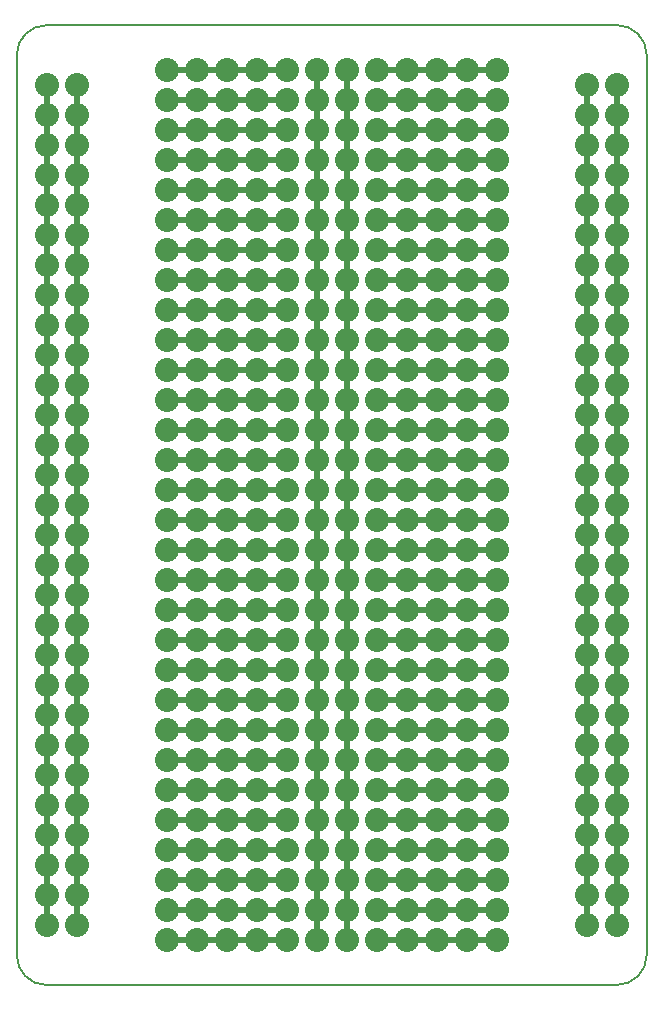
<source format=gbr>
%TF.GenerationSoftware,KiCad,Pcbnew,9.0.3-9.0.3-0~ubuntu24.04.1*%
%TF.CreationDate,2025-11-29T12:49:12+05:30*%
%TF.ProjectId,pronto,70726f6e-746f-42e6-9b69-6361645f7063,rev1*%
%TF.SameCoordinates,Original*%
%TF.FileFunction,Copper,L2,Bot*%
%TF.FilePolarity,Positive*%
%FSLAX46Y46*%
G04 Gerber Fmt 4.6, Leading zero omitted, Abs format (unit mm)*
G04 Created by KiCad (PCBNEW 9.0.3-9.0.3-0~ubuntu24.04.1) date 2025-11-29 12:49:12*
%MOMM*%
%LPD*%
G01*
G04 APERTURE LIST*
%TA.AperFunction,ComponentPad*%
%ADD10C,2.032000*%
%TD*%
%TA.AperFunction,Conductor*%
%ADD11C,0.508000*%
%TD*%
%TA.AperFunction,Profile*%
%ADD12C,0.150000*%
%TD*%
G04 APERTURE END LIST*
D10*
%TO.P,1pin,1*%
%TO.N,N/C*%
X142240000Y-115570000D03*
%TD*%
%TO.P,1pin,1*%
%TO.N,N/C*%
X139700000Y-115570000D03*
%TD*%
%TO.P,1pin,1*%
%TO.N,N/C*%
X139700000Y-113030000D03*
%TD*%
%TO.P,1pin,1*%
%TO.N,N/C*%
X142240000Y-113030000D03*
%TD*%
%TO.P,1pin,1*%
%TO.N,N/C*%
X142240000Y-107950000D03*
%TD*%
%TO.P,1pin,1*%
%TO.N,N/C*%
X139700000Y-107950000D03*
%TD*%
%TO.P,1pin,1*%
%TO.N,N/C*%
X139700000Y-110490000D03*
%TD*%
%TO.P,1pin,1*%
%TO.N,N/C*%
X142240000Y-110490000D03*
%TD*%
%TO.P,1pin,1*%
%TO.N,N/C*%
X142240000Y-100330000D03*
%TD*%
%TO.P,1pin,1*%
%TO.N,N/C*%
X139700000Y-100330000D03*
%TD*%
%TO.P,1pin,1*%
%TO.N,N/C*%
X139700000Y-97790000D03*
%TD*%
%TO.P,1pin,1*%
%TO.N,N/C*%
X142240000Y-97790000D03*
%TD*%
%TO.P,1pin,1*%
%TO.N,N/C*%
X139700000Y-105410000D03*
%TD*%
%TO.P,1pin,1*%
%TO.N,N/C*%
X142240000Y-105410000D03*
%TD*%
%TO.P,1pin,1*%
%TO.N,N/C*%
X142240000Y-85090000D03*
%TD*%
%TO.P,1pin,1*%
%TO.N,N/C*%
X139700000Y-85090000D03*
%TD*%
%TO.P,1pin,1*%
%TO.N,N/C*%
X139700000Y-82550000D03*
%TD*%
%TO.P,1pin,1*%
%TO.N,N/C*%
X142240000Y-82550000D03*
%TD*%
%TO.P,1pin,1*%
%TO.N,N/C*%
X142240000Y-77470000D03*
%TD*%
%TO.P,1pin,1*%
%TO.N,N/C*%
X139700000Y-77470000D03*
%TD*%
%TO.P,1pin,1*%
%TO.N,N/C*%
X139700000Y-80010000D03*
%TD*%
%TO.P,1pin,1*%
%TO.N,N/C*%
X142240000Y-80010000D03*
%TD*%
%TO.P,1pin,1*%
%TO.N,N/C*%
X142240000Y-90170000D03*
%TD*%
%TO.P,1pin,1*%
%TO.N,N/C*%
X139700000Y-90170000D03*
%TD*%
%TO.P,1pin,1*%
%TO.N,N/C*%
X142240000Y-92710000D03*
%TD*%
%TO.P,1pin,1*%
%TO.N,N/C*%
X139700000Y-92710000D03*
%TD*%
%TO.P,1pin,1*%
%TO.N,N/C*%
X139700000Y-95250000D03*
%TD*%
%TO.P,1pin,1*%
%TO.N,N/C*%
X142240000Y-95250000D03*
%TD*%
%TO.P,1pin,1*%
%TO.N,N/C*%
X142240000Y-54610000D03*
%TD*%
%TO.P,1pin,1*%
%TO.N,N/C*%
X139700000Y-54610000D03*
%TD*%
%TO.P,1pin,1*%
%TO.N,N/C*%
X139700000Y-52070000D03*
%TD*%
%TO.P,1pin,1*%
%TO.N,N/C*%
X142240000Y-52070000D03*
%TD*%
%TO.P,1pin,1*%
%TO.N,N/C*%
X142240000Y-46990000D03*
%TD*%
%TO.P,1pin,1*%
%TO.N,N/C*%
X139700000Y-46990000D03*
%TD*%
%TO.P,1pin,1*%
%TO.N,N/C*%
X139700000Y-49530000D03*
%TD*%
%TO.P,1pin,1*%
%TO.N,N/C*%
X142240000Y-49530000D03*
%TD*%
%TO.P,1pin,1*%
%TO.N,N/C*%
X139700000Y-44450000D03*
%TD*%
%TO.P,1pin,1*%
%TO.N,N/C*%
X142240000Y-44450000D03*
%TD*%
%TO.P,1pin,1*%
%TO.N,N/C*%
X142240000Y-64770000D03*
%TD*%
%TO.P,1pin,1*%
%TO.N,N/C*%
X139700000Y-64770000D03*
%TD*%
%TO.P,1pin,1*%
%TO.N,N/C*%
X139700000Y-62230000D03*
%TD*%
%TO.P,1pin,1*%
%TO.N,N/C*%
X142240000Y-62230000D03*
%TD*%
%TO.P,1pin,1*%
%TO.N,N/C*%
X139700000Y-59690000D03*
%TD*%
%TO.P,1pin,1*%
%TO.N,N/C*%
X142240000Y-59690000D03*
%TD*%
%TO.P,1pin,1*%
%TO.N,N/C*%
X142240000Y-69850000D03*
%TD*%
%TO.P,1pin,1*%
%TO.N,N/C*%
X139700000Y-69850000D03*
%TD*%
%TO.P,1pin,1*%
%TO.N,N/C*%
X139700000Y-67310000D03*
%TD*%
%TO.P,1pin,1*%
%TO.N,N/C*%
X142240000Y-67310000D03*
%TD*%
%TO.P,1pin,1*%
%TO.N,N/C*%
X139700000Y-74930000D03*
%TD*%
%TO.P,1pin,1*%
%TO.N,N/C*%
X142240000Y-74930000D03*
%TD*%
%TO.P,1pin,1*%
%TO.N,N/C*%
X93980000Y-74930000D03*
%TD*%
%TO.P,1pin,1*%
%TO.N,N/C*%
X96520000Y-74930000D03*
%TD*%
%TO.P,1pin,1*%
%TO.N,N/C*%
X93980000Y-67310000D03*
%TD*%
%TO.P,1pin,1*%
%TO.N,N/C*%
X96520000Y-67310000D03*
%TD*%
%TO.P,1pin,1*%
%TO.N,N/C*%
X96520000Y-69850000D03*
%TD*%
%TO.P,1pin,1*%
%TO.N,N/C*%
X93980000Y-69850000D03*
%TD*%
%TO.P,1pin,1*%
%TO.N,N/C*%
X93980000Y-59690000D03*
%TD*%
%TO.P,1pin,1*%
%TO.N,N/C*%
X96520000Y-59690000D03*
%TD*%
%TO.P,1pin,1*%
%TO.N,N/C*%
X93980000Y-62230000D03*
%TD*%
%TO.P,1pin,1*%
%TO.N,N/C*%
X96520000Y-62230000D03*
%TD*%
%TO.P,1pin,1*%
%TO.N,N/C*%
X96520000Y-64770000D03*
%TD*%
%TO.P,1pin,1*%
%TO.N,N/C*%
X93980000Y-64770000D03*
%TD*%
%TO.P,1pin,1*%
%TO.N,N/C*%
X93980000Y-44450000D03*
%TD*%
%TO.P,1pin,1*%
%TO.N,N/C*%
X96520000Y-44450000D03*
%TD*%
%TO.P,1pin,1*%
%TO.N,N/C*%
X93980000Y-49530000D03*
%TD*%
%TO.P,1pin,1*%
%TO.N,N/C*%
X96520000Y-49530000D03*
%TD*%
%TO.P,1pin,1*%
%TO.N,N/C*%
X96520000Y-46990000D03*
%TD*%
%TO.P,1pin,1*%
%TO.N,N/C*%
X93980000Y-46990000D03*
%TD*%
%TO.P,1pin,1*%
%TO.N,N/C*%
X93980000Y-52070000D03*
%TD*%
%TO.P,1pin,1*%
%TO.N,N/C*%
X96520000Y-52070000D03*
%TD*%
%TO.P,1pin,1*%
%TO.N,N/C*%
X96520000Y-54610000D03*
%TD*%
%TO.P,1pin,1*%
%TO.N,N/C*%
X93980000Y-54610000D03*
%TD*%
%TO.P,1pin,1*%
%TO.N,N/C*%
X93980000Y-95250000D03*
%TD*%
%TO.P,1pin,1*%
%TO.N,N/C*%
X96520000Y-95250000D03*
%TD*%
%TO.P,1pin,1*%
%TO.N,N/C*%
X96520000Y-92710000D03*
%TD*%
%TO.P,1pin,1*%
%TO.N,N/C*%
X93980000Y-92710000D03*
%TD*%
%TO.P,1pin,1*%
%TO.N,N/C*%
X96520000Y-90170000D03*
%TD*%
%TO.P,1pin,1*%
%TO.N,N/C*%
X93980000Y-90170000D03*
%TD*%
%TO.P,1pin,1*%
%TO.N,N/C*%
X93980000Y-80010000D03*
%TD*%
%TO.P,1pin,1*%
%TO.N,N/C*%
X96520000Y-80010000D03*
%TD*%
%TO.P,1pin,1*%
%TO.N,N/C*%
X96520000Y-77470000D03*
%TD*%
%TO.P,1pin,1*%
%TO.N,N/C*%
X93980000Y-77470000D03*
%TD*%
%TO.P,1pin,1*%
%TO.N,N/C*%
X93980000Y-82550000D03*
%TD*%
%TO.P,1pin,1*%
%TO.N,N/C*%
X96520000Y-82550000D03*
%TD*%
%TO.P,1pin,1*%
%TO.N,N/C*%
X96520000Y-85090000D03*
%TD*%
%TO.P,1pin,1*%
%TO.N,N/C*%
X93980000Y-85090000D03*
%TD*%
%TO.P,1pin,1*%
%TO.N,N/C*%
X93980000Y-105410000D03*
%TD*%
%TO.P,1pin,1*%
%TO.N,N/C*%
X96520000Y-105410000D03*
%TD*%
%TO.P,1pin,1*%
%TO.N,N/C*%
X93980000Y-97790000D03*
%TD*%
%TO.P,1pin,1*%
%TO.N,N/C*%
X96520000Y-97790000D03*
%TD*%
%TO.P,1pin,1*%
%TO.N,N/C*%
X96520000Y-100330000D03*
%TD*%
%TO.P,1pin,1*%
%TO.N,N/C*%
X93980000Y-100330000D03*
%TD*%
%TO.P,1pin,1*%
%TO.N,N/C*%
X93980000Y-110490000D03*
%TD*%
%TO.P,1pin,1*%
%TO.N,N/C*%
X96520000Y-110490000D03*
%TD*%
%TO.P,1pin,1*%
%TO.N,N/C*%
X96520000Y-107950000D03*
%TD*%
%TO.P,1pin,1*%
%TO.N,N/C*%
X93980000Y-107950000D03*
%TD*%
%TO.P,1pin,1*%
%TO.N,N/C*%
X93980000Y-113030000D03*
%TD*%
%TO.P,1pin,1*%
%TO.N,N/C*%
X96520000Y-113030000D03*
%TD*%
%TO.P,1pin,1*%
%TO.N,N/C*%
X96520000Y-115570000D03*
%TD*%
%TO.P,1pin,1*%
%TO.N,N/C*%
X93980000Y-115570000D03*
%TD*%
%TO.P,1pin,1*%
%TO.N,N/C*%
X121920000Y-45720000D03*
%TD*%
%TO.P,1pin,1*%
%TO.N,N/C*%
X124460000Y-45720000D03*
%TD*%
%TO.P,1pin,1*%
%TO.N,N/C*%
X127000000Y-45720000D03*
%TD*%
%TO.P,1pin,1*%
%TO.N,N/C*%
X132080000Y-45720000D03*
%TD*%
%TO.P,1pin,1*%
%TO.N,N/C*%
X129540000Y-45720000D03*
%TD*%
%TO.P,1pin,1*%
%TO.N,N/C*%
X129540000Y-43180000D03*
%TD*%
%TO.P,1pin,1*%
%TO.N,N/C*%
X132080000Y-43180000D03*
%TD*%
%TO.P,1pin,1*%
%TO.N,N/C*%
X127000000Y-43180000D03*
%TD*%
%TO.P,1pin,1*%
%TO.N,N/C*%
X124460000Y-43180000D03*
%TD*%
%TO.P,1pin,1*%
%TO.N,N/C*%
X121920000Y-43180000D03*
%TD*%
%TO.P,1pin,1*%
%TO.N,N/C*%
X114300000Y-43180000D03*
%TD*%
%TO.P,1pin,1*%
%TO.N,N/C*%
X111760000Y-43180000D03*
%TD*%
%TO.P,1pin,1*%
%TO.N,N/C*%
X109220000Y-43180000D03*
%TD*%
%TO.P,1pin,1*%
%TO.N,N/C*%
X104140000Y-43180000D03*
%TD*%
%TO.P,1pin,1*%
%TO.N,N/C*%
X106680000Y-43180000D03*
%TD*%
%TO.P,1pin,1*%
%TO.N,N/C*%
X106680000Y-45720000D03*
%TD*%
%TO.P,1pin,1*%
%TO.N,N/C*%
X104140000Y-45720000D03*
%TD*%
%TO.P,1pin,1*%
%TO.N,N/C*%
X109220000Y-45720000D03*
%TD*%
%TO.P,1pin,1*%
%TO.N,N/C*%
X111760000Y-45720000D03*
%TD*%
%TO.P,1pin,1*%
%TO.N,N/C*%
X114300000Y-45720000D03*
%TD*%
%TO.P,1pin,1*%
%TO.N,N/C*%
X114300000Y-50800000D03*
%TD*%
%TO.P,1pin,1*%
%TO.N,N/C*%
X111760000Y-50800000D03*
%TD*%
%TO.P,1pin,1*%
%TO.N,N/C*%
X109220000Y-50800000D03*
%TD*%
%TO.P,1pin,1*%
%TO.N,N/C*%
X104140000Y-50800000D03*
%TD*%
%TO.P,1pin,1*%
%TO.N,N/C*%
X106680000Y-50800000D03*
%TD*%
%TO.P,1pin,1*%
%TO.N,N/C*%
X106680000Y-48260000D03*
%TD*%
%TO.P,1pin,1*%
%TO.N,N/C*%
X104140000Y-48260000D03*
%TD*%
%TO.P,1pin,1*%
%TO.N,N/C*%
X109220000Y-48260000D03*
%TD*%
%TO.P,1pin,1*%
%TO.N,N/C*%
X111760000Y-48260000D03*
%TD*%
%TO.P,1pin,1*%
%TO.N,N/C*%
X114300000Y-48260000D03*
%TD*%
%TO.P,1pin,1*%
%TO.N,N/C*%
X114300000Y-58420000D03*
%TD*%
%TO.P,1pin,1*%
%TO.N,N/C*%
X111760000Y-58420000D03*
%TD*%
%TO.P,1pin,1*%
%TO.N,N/C*%
X109220000Y-58420000D03*
%TD*%
%TO.P,1pin,1*%
%TO.N,N/C*%
X104140000Y-58420000D03*
%TD*%
%TO.P,1pin,1*%
%TO.N,N/C*%
X106680000Y-58420000D03*
%TD*%
%TO.P,1pin,1*%
%TO.N,N/C*%
X106680000Y-60960000D03*
%TD*%
%TO.P,1pin,1*%
%TO.N,N/C*%
X104140000Y-60960000D03*
%TD*%
%TO.P,1pin,1*%
%TO.N,N/C*%
X109220000Y-60960000D03*
%TD*%
%TO.P,1pin,1*%
%TO.N,N/C*%
X111760000Y-60960000D03*
%TD*%
%TO.P,1pin,1*%
%TO.N,N/C*%
X114300000Y-60960000D03*
%TD*%
%TO.P,1pin,1*%
%TO.N,N/C*%
X114300000Y-55880000D03*
%TD*%
%TO.P,1pin,1*%
%TO.N,N/C*%
X111760000Y-55880000D03*
%TD*%
%TO.P,1pin,1*%
%TO.N,N/C*%
X109220000Y-55880000D03*
%TD*%
%TO.P,1pin,1*%
%TO.N,N/C*%
X104140000Y-55880000D03*
%TD*%
%TO.P,1pin,1*%
%TO.N,N/C*%
X106680000Y-55880000D03*
%TD*%
%TO.P,1pin,1*%
%TO.N,N/C*%
X106680000Y-53340000D03*
%TD*%
%TO.P,1pin,1*%
%TO.N,N/C*%
X104140000Y-53340000D03*
%TD*%
%TO.P,1pin,1*%
%TO.N,N/C*%
X109220000Y-53340000D03*
%TD*%
%TO.P,1pin,1*%
%TO.N,N/C*%
X111760000Y-53340000D03*
%TD*%
%TO.P,1pin,1*%
%TO.N,N/C*%
X114300000Y-53340000D03*
%TD*%
%TO.P,1pin,1*%
%TO.N,N/C*%
X114300000Y-73660000D03*
%TD*%
%TO.P,1pin,1*%
%TO.N,N/C*%
X111760000Y-73660000D03*
%TD*%
%TO.P,1pin,1*%
%TO.N,N/C*%
X109220000Y-73660000D03*
%TD*%
%TO.P,1pin,1*%
%TO.N,N/C*%
X104140000Y-73660000D03*
%TD*%
%TO.P,1pin,1*%
%TO.N,N/C*%
X106680000Y-73660000D03*
%TD*%
%TO.P,1pin,1*%
%TO.N,N/C*%
X106680000Y-76200000D03*
%TD*%
%TO.P,1pin,1*%
%TO.N,N/C*%
X104140000Y-76200000D03*
%TD*%
%TO.P,1pin,1*%
%TO.N,N/C*%
X109220000Y-76200000D03*
%TD*%
%TO.P,1pin,1*%
%TO.N,N/C*%
X111760000Y-76200000D03*
%TD*%
%TO.P,1pin,1*%
%TO.N,N/C*%
X114300000Y-76200000D03*
%TD*%
%TO.P,1pin,1*%
%TO.N,N/C*%
X114300000Y-81280000D03*
%TD*%
%TO.P,1pin,1*%
%TO.N,N/C*%
X111760000Y-81280000D03*
%TD*%
%TO.P,1pin,1*%
%TO.N,N/C*%
X109220000Y-81280000D03*
%TD*%
%TO.P,1pin,1*%
%TO.N,N/C*%
X104140000Y-81280000D03*
%TD*%
%TO.P,1pin,1*%
%TO.N,N/C*%
X106680000Y-81280000D03*
%TD*%
%TO.P,1pin,1*%
%TO.N,N/C*%
X106680000Y-78740000D03*
%TD*%
%TO.P,1pin,1*%
%TO.N,N/C*%
X104140000Y-78740000D03*
%TD*%
%TO.P,1pin,1*%
%TO.N,N/C*%
X109220000Y-78740000D03*
%TD*%
%TO.P,1pin,1*%
%TO.N,N/C*%
X111760000Y-78740000D03*
%TD*%
%TO.P,1pin,1*%
%TO.N,N/C*%
X114300000Y-78740000D03*
%TD*%
%TO.P,1pin,1*%
%TO.N,N/C*%
X114300000Y-68580000D03*
%TD*%
%TO.P,1pin,1*%
%TO.N,N/C*%
X111760000Y-68580000D03*
%TD*%
%TO.P,1pin,1*%
%TO.N,N/C*%
X109220000Y-68580000D03*
%TD*%
%TO.P,1pin,1*%
%TO.N,N/C*%
X104140000Y-68580000D03*
%TD*%
%TO.P,1pin,1*%
%TO.N,N/C*%
X106680000Y-68580000D03*
%TD*%
%TO.P,1pin,1*%
%TO.N,N/C*%
X106680000Y-71120000D03*
%TD*%
%TO.P,1pin,1*%
%TO.N,N/C*%
X104140000Y-71120000D03*
%TD*%
%TO.P,1pin,1*%
%TO.N,N/C*%
X109220000Y-71120000D03*
%TD*%
%TO.P,1pin,1*%
%TO.N,N/C*%
X111760000Y-71120000D03*
%TD*%
%TO.P,1pin,1*%
%TO.N,N/C*%
X114300000Y-71120000D03*
%TD*%
%TO.P,1pin,1*%
%TO.N,N/C*%
X114300000Y-66040000D03*
%TD*%
%TO.P,1pin,1*%
%TO.N,N/C*%
X111760000Y-66040000D03*
%TD*%
%TO.P,1pin,1*%
%TO.N,N/C*%
X109220000Y-66040000D03*
%TD*%
%TO.P,1pin,1*%
%TO.N,N/C*%
X104140000Y-66040000D03*
%TD*%
%TO.P,1pin,1*%
%TO.N,N/C*%
X106680000Y-66040000D03*
%TD*%
%TO.P,1pin,1*%
%TO.N,N/C*%
X106680000Y-63500000D03*
%TD*%
%TO.P,1pin,1*%
%TO.N,N/C*%
X104140000Y-63500000D03*
%TD*%
%TO.P,1pin,1*%
%TO.N,N/C*%
X109220000Y-63500000D03*
%TD*%
%TO.P,1pin,1*%
%TO.N,N/C*%
X111760000Y-63500000D03*
%TD*%
%TO.P,1pin,1*%
%TO.N,N/C*%
X114300000Y-63500000D03*
%TD*%
%TO.P,1pin,1*%
%TO.N,N/C*%
X114300000Y-104140000D03*
%TD*%
%TO.P,1pin,1*%
%TO.N,N/C*%
X111760000Y-104140000D03*
%TD*%
%TO.P,1pin,1*%
%TO.N,N/C*%
X109220000Y-104140000D03*
%TD*%
%TO.P,1pin,1*%
%TO.N,N/C*%
X104140000Y-104140000D03*
%TD*%
%TO.P,1pin,1*%
%TO.N,N/C*%
X106680000Y-104140000D03*
%TD*%
%TO.P,1pin,1*%
%TO.N,N/C*%
X106680000Y-106680000D03*
%TD*%
%TO.P,1pin,1*%
%TO.N,N/C*%
X104140000Y-106680000D03*
%TD*%
%TO.P,1pin,1*%
%TO.N,N/C*%
X109220000Y-106680000D03*
%TD*%
%TO.P,1pin,1*%
%TO.N,N/C*%
X111760000Y-106680000D03*
%TD*%
%TO.P,1pin,1*%
%TO.N,N/C*%
X114300000Y-106680000D03*
%TD*%
%TO.P,1pin,1*%
%TO.N,N/C*%
X114300000Y-111760000D03*
%TD*%
%TO.P,1pin,1*%
%TO.N,N/C*%
X111760000Y-111760000D03*
%TD*%
%TO.P,1pin,1*%
%TO.N,N/C*%
X109220000Y-111760000D03*
%TD*%
%TO.P,1pin,1*%
%TO.N,N/C*%
X104140000Y-111760000D03*
%TD*%
%TO.P,1pin,1*%
%TO.N,N/C*%
X106680000Y-111760000D03*
%TD*%
%TO.P,1pin,1*%
%TO.N,N/C*%
X106680000Y-109220000D03*
%TD*%
%TO.P,1pin,1*%
%TO.N,N/C*%
X104140000Y-109220000D03*
%TD*%
%TO.P,1pin,1*%
%TO.N,N/C*%
X109220000Y-109220000D03*
%TD*%
%TO.P,1pin,1*%
%TO.N,N/C*%
X111760000Y-109220000D03*
%TD*%
%TO.P,1pin,1*%
%TO.N,N/C*%
X114300000Y-109220000D03*
%TD*%
%TO.P,1pin,1*%
%TO.N,N/C*%
X114300000Y-116840000D03*
%TD*%
%TO.P,1pin,1*%
%TO.N,N/C*%
X111760000Y-116840000D03*
%TD*%
%TO.P,1pin,1*%
%TO.N,N/C*%
X109220000Y-116840000D03*
%TD*%
%TO.P,1pin,1*%
%TO.N,N/C*%
X104140000Y-116840000D03*
%TD*%
%TO.P,1pin,1*%
%TO.N,N/C*%
X106680000Y-116840000D03*
%TD*%
%TO.P,1pin,1*%
%TO.N,N/C*%
X106680000Y-114300000D03*
%TD*%
%TO.P,1pin,1*%
%TO.N,N/C*%
X104140000Y-114300000D03*
%TD*%
%TO.P,1pin,1*%
%TO.N,N/C*%
X109220000Y-114300000D03*
%TD*%
%TO.P,1pin,1*%
%TO.N,N/C*%
X111760000Y-114300000D03*
%TD*%
%TO.P,1pin,1*%
%TO.N,N/C*%
X114300000Y-114300000D03*
%TD*%
%TO.P,1pin,1*%
%TO.N,N/C*%
X114300000Y-93980000D03*
%TD*%
%TO.P,1pin,1*%
%TO.N,N/C*%
X111760000Y-93980000D03*
%TD*%
%TO.P,1pin,1*%
%TO.N,N/C*%
X109220000Y-93980000D03*
%TD*%
%TO.P,1pin,1*%
%TO.N,N/C*%
X104140000Y-93980000D03*
%TD*%
%TO.P,1pin,1*%
%TO.N,N/C*%
X106680000Y-93980000D03*
%TD*%
%TO.P,1pin,1*%
%TO.N,N/C*%
X106680000Y-96520000D03*
%TD*%
%TO.P,1pin,1*%
%TO.N,N/C*%
X104140000Y-96520000D03*
%TD*%
%TO.P,1pin,1*%
%TO.N,N/C*%
X109220000Y-96520000D03*
%TD*%
%TO.P,1pin,1*%
%TO.N,N/C*%
X111760000Y-96520000D03*
%TD*%
%TO.P,1pin,1*%
%TO.N,N/C*%
X114300000Y-96520000D03*
%TD*%
%TO.P,1pin,1*%
%TO.N,N/C*%
X114300000Y-101600000D03*
%TD*%
%TO.P,1pin,1*%
%TO.N,N/C*%
X111760000Y-101600000D03*
%TD*%
%TO.P,1pin,1*%
%TO.N,N/C*%
X109220000Y-101600000D03*
%TD*%
%TO.P,1pin,1*%
%TO.N,N/C*%
X104140000Y-101600000D03*
%TD*%
%TO.P,1pin,1*%
%TO.N,N/C*%
X106680000Y-101600000D03*
%TD*%
%TO.P,1pin,1*%
%TO.N,N/C*%
X106680000Y-99060000D03*
%TD*%
%TO.P,1pin,1*%
%TO.N,N/C*%
X104140000Y-99060000D03*
%TD*%
%TO.P,1pin,1*%
%TO.N,N/C*%
X109220000Y-99060000D03*
%TD*%
%TO.P,1pin,1*%
%TO.N,N/C*%
X111760000Y-99060000D03*
%TD*%
%TO.P,1pin,1*%
%TO.N,N/C*%
X114300000Y-99060000D03*
%TD*%
%TO.P,1pin,1*%
%TO.N,N/C*%
X114300000Y-88900000D03*
%TD*%
%TO.P,1pin,1*%
%TO.N,N/C*%
X111760000Y-88900000D03*
%TD*%
%TO.P,1pin,1*%
%TO.N,N/C*%
X109220000Y-88900000D03*
%TD*%
%TO.P,1pin,1*%
%TO.N,N/C*%
X104140000Y-88900000D03*
%TD*%
%TO.P,1pin,1*%
%TO.N,N/C*%
X106680000Y-88900000D03*
%TD*%
%TO.P,1pin,1*%
%TO.N,N/C*%
X106680000Y-91440000D03*
%TD*%
%TO.P,1pin,1*%
%TO.N,N/C*%
X104140000Y-91440000D03*
%TD*%
%TO.P,1pin,1*%
%TO.N,N/C*%
X109220000Y-91440000D03*
%TD*%
%TO.P,1pin,1*%
%TO.N,N/C*%
X111760000Y-91440000D03*
%TD*%
%TO.P,1pin,1*%
%TO.N,N/C*%
X114300000Y-91440000D03*
%TD*%
%TO.P,1pin,1*%
%TO.N,N/C*%
X114300000Y-86360000D03*
%TD*%
%TO.P,1pin,1*%
%TO.N,N/C*%
X111760000Y-86360000D03*
%TD*%
%TO.P,1pin,1*%
%TO.N,N/C*%
X109220000Y-86360000D03*
%TD*%
%TO.P,1pin,1*%
%TO.N,N/C*%
X104140000Y-86360000D03*
%TD*%
%TO.P,1pin,1*%
%TO.N,N/C*%
X106680000Y-86360000D03*
%TD*%
%TO.P,1pin,1*%
%TO.N,N/C*%
X106680000Y-83820000D03*
%TD*%
%TO.P,1pin,1*%
%TO.N,N/C*%
X104140000Y-83820000D03*
%TD*%
%TO.P,1pin,1*%
%TO.N,N/C*%
X109220000Y-83820000D03*
%TD*%
%TO.P,1pin,1*%
%TO.N,N/C*%
X111760000Y-83820000D03*
%TD*%
%TO.P,1pin,1*%
%TO.N,N/C*%
X114300000Y-83820000D03*
%TD*%
%TO.P,1pin,1*%
%TO.N,N/C*%
X121920000Y-48260000D03*
%TD*%
%TO.P,1pin,1*%
%TO.N,N/C*%
X124460000Y-48260000D03*
%TD*%
%TO.P,1pin,1*%
%TO.N,N/C*%
X127000000Y-48260000D03*
%TD*%
%TO.P,1pin,1*%
%TO.N,N/C*%
X132080000Y-48260000D03*
%TD*%
%TO.P,1pin,1*%
%TO.N,N/C*%
X129540000Y-48260000D03*
%TD*%
%TO.P,1pin,1*%
%TO.N,N/C*%
X129540000Y-50800000D03*
%TD*%
%TO.P,1pin,1*%
%TO.N,N/C*%
X132080000Y-50800000D03*
%TD*%
%TO.P,1pin,1*%
%TO.N,N/C*%
X127000000Y-50800000D03*
%TD*%
%TO.P,1pin,1*%
%TO.N,N/C*%
X124460000Y-50800000D03*
%TD*%
%TO.P,1pin,1*%
%TO.N,N/C*%
X121920000Y-50800000D03*
%TD*%
%TO.P,1pin,1*%
%TO.N,N/C*%
X121920000Y-60960000D03*
%TD*%
%TO.P,1pin,1*%
%TO.N,N/C*%
X124460000Y-60960000D03*
%TD*%
%TO.P,1pin,1*%
%TO.N,N/C*%
X127000000Y-60960000D03*
%TD*%
%TO.P,1pin,1*%
%TO.N,N/C*%
X132080000Y-60960000D03*
%TD*%
%TO.P,1pin,1*%
%TO.N,N/C*%
X129540000Y-60960000D03*
%TD*%
%TO.P,1pin,1*%
%TO.N,N/C*%
X129540000Y-58420000D03*
%TD*%
%TO.P,1pin,1*%
%TO.N,N/C*%
X132080000Y-58420000D03*
%TD*%
%TO.P,1pin,1*%
%TO.N,N/C*%
X127000000Y-58420000D03*
%TD*%
%TO.P,1pin,1*%
%TO.N,N/C*%
X124460000Y-58420000D03*
%TD*%
%TO.P,1pin,1*%
%TO.N,N/C*%
X121920000Y-58420000D03*
%TD*%
%TO.P,1pin,1*%
%TO.N,N/C*%
X121920000Y-53340000D03*
%TD*%
%TO.P,1pin,1*%
%TO.N,N/C*%
X124460000Y-53340000D03*
%TD*%
%TO.P,1pin,1*%
%TO.N,N/C*%
X127000000Y-53340000D03*
%TD*%
%TO.P,1pin,1*%
%TO.N,N/C*%
X132080000Y-53340000D03*
%TD*%
%TO.P,1pin,1*%
%TO.N,N/C*%
X129540000Y-53340000D03*
%TD*%
%TO.P,1pin,1*%
%TO.N,N/C*%
X129540000Y-55880000D03*
%TD*%
%TO.P,1pin,1*%
%TO.N,N/C*%
X132080000Y-55880000D03*
%TD*%
%TO.P,1pin,1*%
%TO.N,N/C*%
X127000000Y-55880000D03*
%TD*%
%TO.P,1pin,1*%
%TO.N,N/C*%
X124460000Y-55880000D03*
%TD*%
%TO.P,1pin,1*%
%TO.N,N/C*%
X121920000Y-55880000D03*
%TD*%
%TO.P,1pin,1*%
%TO.N,N/C*%
X121920000Y-76200000D03*
%TD*%
%TO.P,1pin,1*%
%TO.N,N/C*%
X124460000Y-76200000D03*
%TD*%
%TO.P,1pin,1*%
%TO.N,N/C*%
X127000000Y-76200000D03*
%TD*%
%TO.P,1pin,1*%
%TO.N,N/C*%
X132080000Y-76200000D03*
%TD*%
%TO.P,1pin,1*%
%TO.N,N/C*%
X129540000Y-76200000D03*
%TD*%
%TO.P,1pin,1*%
%TO.N,N/C*%
X129540000Y-73660000D03*
%TD*%
%TO.P,1pin,1*%
%TO.N,N/C*%
X132080000Y-73660000D03*
%TD*%
%TO.P,1pin,1*%
%TO.N,N/C*%
X127000000Y-73660000D03*
%TD*%
%TO.P,1pin,1*%
%TO.N,N/C*%
X124460000Y-73660000D03*
%TD*%
%TO.P,1pin,1*%
%TO.N,N/C*%
X121920000Y-73660000D03*
%TD*%
%TO.P,1pin,1*%
%TO.N,N/C*%
X121920000Y-78740000D03*
%TD*%
%TO.P,1pin,1*%
%TO.N,N/C*%
X124460000Y-78740000D03*
%TD*%
%TO.P,1pin,1*%
%TO.N,N/C*%
X127000000Y-78740000D03*
%TD*%
%TO.P,1pin,1*%
%TO.N,N/C*%
X132080000Y-78740000D03*
%TD*%
%TO.P,1pin,1*%
%TO.N,N/C*%
X129540000Y-78740000D03*
%TD*%
%TO.P,1pin,1*%
%TO.N,N/C*%
X129540000Y-81280000D03*
%TD*%
%TO.P,1pin,1*%
%TO.N,N/C*%
X132080000Y-81280000D03*
%TD*%
%TO.P,1pin,1*%
%TO.N,N/C*%
X127000000Y-81280000D03*
%TD*%
%TO.P,1pin,1*%
%TO.N,N/C*%
X124460000Y-81280000D03*
%TD*%
%TO.P,1pin,1*%
%TO.N,N/C*%
X121920000Y-81280000D03*
%TD*%
%TO.P,1pin,1*%
%TO.N,N/C*%
X121920000Y-71120000D03*
%TD*%
%TO.P,1pin,1*%
%TO.N,N/C*%
X124460000Y-71120000D03*
%TD*%
%TO.P,1pin,1*%
%TO.N,N/C*%
X127000000Y-71120000D03*
%TD*%
%TO.P,1pin,1*%
%TO.N,N/C*%
X132080000Y-71120000D03*
%TD*%
%TO.P,1pin,1*%
%TO.N,N/C*%
X129540000Y-71120000D03*
%TD*%
%TO.P,1pin,1*%
%TO.N,N/C*%
X129540000Y-68580000D03*
%TD*%
%TO.P,1pin,1*%
%TO.N,N/C*%
X132080000Y-68580000D03*
%TD*%
%TO.P,1pin,1*%
%TO.N,N/C*%
X127000000Y-68580000D03*
%TD*%
%TO.P,1pin,1*%
%TO.N,N/C*%
X124460000Y-68580000D03*
%TD*%
%TO.P,1pin,1*%
%TO.N,N/C*%
X121920000Y-68580000D03*
%TD*%
%TO.P,1pin,1*%
%TO.N,N/C*%
X121920000Y-63500000D03*
%TD*%
%TO.P,1pin,1*%
%TO.N,N/C*%
X124460000Y-63500000D03*
%TD*%
%TO.P,1pin,1*%
%TO.N,N/C*%
X127000000Y-63500000D03*
%TD*%
%TO.P,1pin,1*%
%TO.N,N/C*%
X132080000Y-63500000D03*
%TD*%
%TO.P,1pin,1*%
%TO.N,N/C*%
X129540000Y-63500000D03*
%TD*%
%TO.P,1pin,1*%
%TO.N,N/C*%
X129540000Y-66040000D03*
%TD*%
%TO.P,1pin,1*%
%TO.N,N/C*%
X132080000Y-66040000D03*
%TD*%
%TO.P,1pin,1*%
%TO.N,N/C*%
X127000000Y-66040000D03*
%TD*%
%TO.P,1pin,1*%
%TO.N,N/C*%
X124460000Y-66040000D03*
%TD*%
%TO.P,1pin,1*%
%TO.N,N/C*%
X121920000Y-66040000D03*
%TD*%
%TO.P,1pin,1*%
%TO.N,N/C*%
X121920000Y-83820000D03*
%TD*%
%TO.P,1pin,1*%
%TO.N,N/C*%
X124460000Y-83820000D03*
%TD*%
%TO.P,1pin,1*%
%TO.N,N/C*%
X127000000Y-83820000D03*
%TD*%
%TO.P,1pin,1*%
%TO.N,N/C*%
X132080000Y-83820000D03*
%TD*%
%TO.P,1pin,1*%
%TO.N,N/C*%
X129540000Y-83820000D03*
%TD*%
%TO.P,1pin,1*%
%TO.N,N/C*%
X129540000Y-86360000D03*
%TD*%
%TO.P,1pin,1*%
%TO.N,N/C*%
X132080000Y-86360000D03*
%TD*%
%TO.P,1pin,1*%
%TO.N,N/C*%
X127000000Y-86360000D03*
%TD*%
%TO.P,1pin,1*%
%TO.N,N/C*%
X124460000Y-86360000D03*
%TD*%
%TO.P,1pin,1*%
%TO.N,N/C*%
X121920000Y-86360000D03*
%TD*%
%TO.P,1pin,1*%
%TO.N,N/C*%
X121920000Y-96520000D03*
%TD*%
%TO.P,1pin,1*%
%TO.N,N/C*%
X124460000Y-96520000D03*
%TD*%
%TO.P,1pin,1*%
%TO.N,N/C*%
X127000000Y-96520000D03*
%TD*%
%TO.P,1pin,1*%
%TO.N,N/C*%
X132080000Y-96520000D03*
%TD*%
%TO.P,1pin,1*%
%TO.N,N/C*%
X129540000Y-96520000D03*
%TD*%
%TO.P,1pin,1*%
%TO.N,N/C*%
X129540000Y-93980000D03*
%TD*%
%TO.P,1pin,1*%
%TO.N,N/C*%
X132080000Y-93980000D03*
%TD*%
%TO.P,1pin,1*%
%TO.N,N/C*%
X127000000Y-93980000D03*
%TD*%
%TO.P,1pin,1*%
%TO.N,N/C*%
X124460000Y-93980000D03*
%TD*%
%TO.P,1pin,1*%
%TO.N,N/C*%
X121920000Y-93980000D03*
%TD*%
%TO.P,1pin,1*%
%TO.N,N/C*%
X121920000Y-88900000D03*
%TD*%
%TO.P,1pin,1*%
%TO.N,N/C*%
X124460000Y-88900000D03*
%TD*%
%TO.P,1pin,1*%
%TO.N,N/C*%
X127000000Y-88900000D03*
%TD*%
%TO.P,1pin,1*%
%TO.N,N/C*%
X132080000Y-88900000D03*
%TD*%
%TO.P,1pin,1*%
%TO.N,N/C*%
X129540000Y-88900000D03*
%TD*%
%TO.P,1pin,1*%
%TO.N,N/C*%
X129540000Y-91440000D03*
%TD*%
%TO.P,1pin,1*%
%TO.N,N/C*%
X132080000Y-91440000D03*
%TD*%
%TO.P,1pin,1*%
%TO.N,N/C*%
X127000000Y-91440000D03*
%TD*%
%TO.P,1pin,1*%
%TO.N,N/C*%
X124460000Y-91440000D03*
%TD*%
%TO.P,1pin,1*%
%TO.N,N/C*%
X121920000Y-91440000D03*
%TD*%
%TO.P,1pin,1*%
%TO.N,N/C*%
X121920000Y-104140000D03*
%TD*%
%TO.P,1pin,1*%
%TO.N,N/C*%
X124460000Y-104140000D03*
%TD*%
%TO.P,1pin,1*%
%TO.N,N/C*%
X127000000Y-104140000D03*
%TD*%
%TO.P,1pin,1*%
%TO.N,N/C*%
X132080000Y-104140000D03*
%TD*%
%TO.P,1pin,1*%
%TO.N,N/C*%
X129540000Y-104140000D03*
%TD*%
%TO.P,1pin,1*%
%TO.N,N/C*%
X129540000Y-101600000D03*
%TD*%
%TO.P,1pin,1*%
%TO.N,N/C*%
X132080000Y-101600000D03*
%TD*%
%TO.P,1pin,1*%
%TO.N,N/C*%
X127000000Y-101600000D03*
%TD*%
%TO.P,1pin,1*%
%TO.N,N/C*%
X124460000Y-101600000D03*
%TD*%
%TO.P,1pin,1*%
%TO.N,N/C*%
X121920000Y-101600000D03*
%TD*%
%TO.P,1pin,1*%
%TO.N,N/C*%
X121920000Y-106680000D03*
%TD*%
%TO.P,1pin,1*%
%TO.N,N/C*%
X124460000Y-106680000D03*
%TD*%
%TO.P,1pin,1*%
%TO.N,N/C*%
X127000000Y-106680000D03*
%TD*%
%TO.P,1pin,1*%
%TO.N,N/C*%
X132080000Y-106680000D03*
%TD*%
%TO.P,1pin,1*%
%TO.N,N/C*%
X129540000Y-106680000D03*
%TD*%
%TO.P,1pin,1*%
%TO.N,N/C*%
X129540000Y-109220000D03*
%TD*%
%TO.P,1pin,1*%
%TO.N,N/C*%
X132080000Y-109220000D03*
%TD*%
%TO.P,1pin,1*%
%TO.N,N/C*%
X127000000Y-109220000D03*
%TD*%
%TO.P,1pin,1*%
%TO.N,N/C*%
X124460000Y-109220000D03*
%TD*%
%TO.P,1pin,1*%
%TO.N,N/C*%
X121920000Y-109220000D03*
%TD*%
%TO.P,1pin,1*%
%TO.N,N/C*%
X121920000Y-99060000D03*
%TD*%
%TO.P,1pin,1*%
%TO.N,N/C*%
X124460000Y-99060000D03*
%TD*%
%TO.P,1pin,1*%
%TO.N,N/C*%
X127000000Y-99060000D03*
%TD*%
%TO.P,1pin,1*%
%TO.N,N/C*%
X132080000Y-99060000D03*
%TD*%
%TO.P,1pin,1*%
%TO.N,N/C*%
X129540000Y-99060000D03*
%TD*%
%TO.P,1pin,1*%
%TO.N,N/C*%
X121920000Y-116840000D03*
%TD*%
%TO.P,1pin,1*%
%TO.N,N/C*%
X124460000Y-116840000D03*
%TD*%
%TO.P,1pin,1*%
%TO.N,N/C*%
X127000000Y-116840000D03*
%TD*%
%TO.P,1pin,1*%
%TO.N,N/C*%
X132080000Y-116840000D03*
%TD*%
%TO.P,1pin,1*%
%TO.N,N/C*%
X129540000Y-116840000D03*
%TD*%
%TO.P,1pin,1*%
%TO.N,N/C*%
X129540000Y-114300000D03*
%TD*%
%TO.P,1pin,1*%
%TO.N,N/C*%
X132080000Y-114300000D03*
%TD*%
%TO.P,1pin,1*%
%TO.N,N/C*%
X127000000Y-114300000D03*
%TD*%
%TO.P,1pin,1*%
%TO.N,N/C*%
X124460000Y-114300000D03*
%TD*%
%TO.P,1pin,1*%
%TO.N,N/C*%
X121920000Y-114300000D03*
%TD*%
%TO.P,1pin,1*%
%TO.N,N/C*%
X129540000Y-111760000D03*
%TD*%
%TO.P,1pin,1*%
%TO.N,N/C*%
X132080000Y-111760000D03*
%TD*%
%TO.P,1pin,1*%
%TO.N,N/C*%
X127000000Y-111760000D03*
%TD*%
%TO.P,1pin,1*%
%TO.N,N/C*%
X124460000Y-111760000D03*
%TD*%
%TO.P,1pin,1*%
%TO.N,N/C*%
X121920000Y-111760000D03*
%TD*%
%TO.P,1pin,1*%
%TO.N,N/C*%
X116840000Y-114300000D03*
%TD*%
%TO.P,1pin,1*%
%TO.N,N/C*%
X119380000Y-114300000D03*
%TD*%
%TO.P,1pin,1*%
%TO.N,N/C*%
X119380000Y-111760000D03*
%TD*%
%TO.P,1pin,1*%
%TO.N,N/C*%
X116840000Y-111760000D03*
%TD*%
%TO.P,1pin,1*%
%TO.N,N/C*%
X116840000Y-106680000D03*
%TD*%
%TO.P,1pin,1*%
%TO.N,N/C*%
X119380000Y-106680000D03*
%TD*%
%TO.P,1pin,1*%
%TO.N,N/C*%
X119380000Y-109220000D03*
%TD*%
%TO.P,1pin,1*%
%TO.N,N/C*%
X116840000Y-109220000D03*
%TD*%
%TO.P,1pin,1*%
%TO.N,N/C*%
X116840000Y-99060000D03*
%TD*%
%TO.P,1pin,1*%
%TO.N,N/C*%
X119380000Y-99060000D03*
%TD*%
%TO.P,1pin,1*%
%TO.N,N/C*%
X119380000Y-96520000D03*
%TD*%
%TO.P,1pin,1*%
%TO.N,N/C*%
X116840000Y-96520000D03*
%TD*%
%TO.P,1pin,1*%
%TO.N,N/C*%
X119380000Y-104140000D03*
%TD*%
%TO.P,1pin,1*%
%TO.N,N/C*%
X116840000Y-104140000D03*
%TD*%
%TO.P,1pin,1*%
%TO.N,N/C*%
X116840000Y-83820000D03*
%TD*%
%TO.P,1pin,1*%
%TO.N,N/C*%
X119380000Y-83820000D03*
%TD*%
%TO.P,1pin,1*%
%TO.N,N/C*%
X119380000Y-81280000D03*
%TD*%
%TO.P,1pin,1*%
%TO.N,N/C*%
X116840000Y-81280000D03*
%TD*%
%TO.P,1pin,1*%
%TO.N,N/C*%
X116840000Y-76200000D03*
%TD*%
%TO.P,1pin,1*%
%TO.N,N/C*%
X119380000Y-76200000D03*
%TD*%
%TO.P,1pin,1*%
%TO.N,N/C*%
X119380000Y-78740000D03*
%TD*%
%TO.P,1pin,1*%
%TO.N,N/C*%
X116840000Y-78740000D03*
%TD*%
%TO.P,1pin,1*%
%TO.N,N/C*%
X116840000Y-88900000D03*
%TD*%
%TO.P,1pin,1*%
%TO.N,N/C*%
X119380000Y-88900000D03*
%TD*%
%TO.P,1pin,1*%
%TO.N,N/C*%
X116840000Y-91440000D03*
%TD*%
%TO.P,1pin,1*%
%TO.N,N/C*%
X119380000Y-91440000D03*
%TD*%
%TO.P,1pin,1*%
%TO.N,N/C*%
X119380000Y-93980000D03*
%TD*%
%TO.P,1pin,1*%
%TO.N,N/C*%
X116840000Y-93980000D03*
%TD*%
%TO.P,1pin,1*%
%TO.N,N/C*%
X116840000Y-53340000D03*
%TD*%
%TO.P,1pin,1*%
%TO.N,N/C*%
X119380000Y-53340000D03*
%TD*%
%TO.P,1pin,1*%
%TO.N,N/C*%
X119380000Y-50800000D03*
%TD*%
%TO.P,1pin,1*%
%TO.N,N/C*%
X116840000Y-50800000D03*
%TD*%
%TO.P,1pin,1*%
%TO.N,N/C*%
X116840000Y-45720000D03*
%TD*%
%TO.P,1pin,1*%
%TO.N,N/C*%
X119380000Y-45720000D03*
%TD*%
%TO.P,1pin,1*%
%TO.N,N/C*%
X119380000Y-48260000D03*
%TD*%
%TO.P,1pin,1*%
%TO.N,N/C*%
X116840000Y-48260000D03*
%TD*%
%TO.P,1pin,1*%
%TO.N,N/C*%
X119380000Y-43180000D03*
%TD*%
%TO.P,1pin,1*%
%TO.N,N/C*%
X116840000Y-43180000D03*
%TD*%
%TO.P,1pin,1*%
%TO.N,N/C*%
X116840000Y-63500000D03*
%TD*%
%TO.P,1pin,1*%
%TO.N,N/C*%
X119380000Y-63500000D03*
%TD*%
%TO.P,1pin,1*%
%TO.N,N/C*%
X119380000Y-60960000D03*
%TD*%
%TO.P,1pin,1*%
%TO.N,N/C*%
X116840000Y-60960000D03*
%TD*%
%TO.P,1pin,1*%
%TO.N,N/C*%
X119380000Y-58420000D03*
%TD*%
%TO.P,1pin,1*%
%TO.N,N/C*%
X116840000Y-58420000D03*
%TD*%
%TO.P,1pin,1*%
%TO.N,N/C*%
X116840000Y-68580000D03*
%TD*%
%TO.P,1pin,1*%
%TO.N,N/C*%
X119380000Y-68580000D03*
%TD*%
%TO.P,1pin,1*%
%TO.N,N/C*%
X119380000Y-66040000D03*
%TD*%
%TO.P,1pin,1*%
%TO.N,N/C*%
X116840000Y-66040000D03*
%TD*%
%TO.P,1pin,1*%
%TO.N,N/C*%
X119380000Y-73660000D03*
%TD*%
%TO.P,1pin,1*%
%TO.N,N/C*%
X116840000Y-73660000D03*
%TD*%
%TO.P,1pin,1*%
%TO.N,N/C*%
X116840000Y-55880000D03*
%TD*%
%TO.P,1pin,1*%
%TO.N,N/C*%
X119380000Y-55880000D03*
%TD*%
%TO.P,1pin,1*%
%TO.N,N/C*%
X116840000Y-71120000D03*
%TD*%
%TO.P,1pin,1*%
%TO.N,N/C*%
X119380000Y-71120000D03*
%TD*%
%TO.P,1pin,1*%
%TO.N,N/C*%
X116840000Y-86360000D03*
%TD*%
%TO.P,1pin,1*%
%TO.N,N/C*%
X119380000Y-86360000D03*
%TD*%
%TO.P,1pin,1*%
%TO.N,N/C*%
X116840000Y-101600000D03*
%TD*%
%TO.P,1pin,1*%
%TO.N,N/C*%
X119380000Y-101600000D03*
%TD*%
%TO.P,1pin,1*%
%TO.N,N/C*%
X116840000Y-116840000D03*
%TD*%
%TO.P,1pin,1*%
%TO.N,N/C*%
X119380000Y-116840000D03*
%TD*%
%TO.P,1pin,1*%
%TO.N,N/C*%
X93980000Y-57150000D03*
%TD*%
%TO.P,1pin,1*%
%TO.N,N/C*%
X96520000Y-57150000D03*
%TD*%
%TO.P,1pin,1*%
%TO.N,N/C*%
X93980000Y-72390000D03*
%TD*%
%TO.P,1pin,1*%
%TO.N,N/C*%
X96520000Y-72390000D03*
%TD*%
%TO.P,1pin,1*%
%TO.N,N/C*%
X93980000Y-87630000D03*
%TD*%
%TO.P,1pin,1*%
%TO.N,N/C*%
X96520000Y-87630000D03*
%TD*%
%TO.P,1pin,1*%
%TO.N,N/C*%
X93980000Y-102870000D03*
%TD*%
%TO.P,1pin,1*%
%TO.N,N/C*%
X96520000Y-102870000D03*
%TD*%
%TO.P,1pin,1*%
%TO.N,N/C*%
X139700000Y-57150000D03*
%TD*%
%TO.P,1pin,1*%
%TO.N,N/C*%
X142240000Y-57150000D03*
%TD*%
%TO.P,1pin,1*%
%TO.N,N/C*%
X139700000Y-72390000D03*
%TD*%
%TO.P,1pin,1*%
%TO.N,N/C*%
X142240000Y-72390000D03*
%TD*%
%TO.P,1pin,1*%
%TO.N,N/C*%
X139700000Y-87630000D03*
%TD*%
%TO.P,1pin,1*%
%TO.N,N/C*%
X142240000Y-87630000D03*
%TD*%
%TO.P,1pin,1*%
%TO.N,N/C*%
X139700000Y-102870000D03*
%TD*%
%TO.P,1pin,1*%
%TO.N,N/C*%
X142240000Y-102870000D03*
%TD*%
D11*
%TO.N,*%
X129540000Y-43180000D02*
X132080000Y-43180000D01*
X127000000Y-43180000D02*
X129540000Y-43180000D01*
X124460000Y-43180000D02*
X127000000Y-43180000D01*
X121920000Y-43180000D02*
X124460000Y-43180000D01*
X129540000Y-45720000D02*
X132080000Y-45720000D01*
X127000000Y-45720000D02*
X129540000Y-45720000D01*
X124460000Y-45720000D02*
X127000000Y-45720000D01*
X121920000Y-45720000D02*
X124460000Y-45720000D01*
X106680000Y-45720000D02*
X104140000Y-45720000D01*
X109220000Y-45720000D02*
X106680000Y-45720000D01*
X111760000Y-45720000D02*
X109220000Y-45720000D01*
X114300000Y-45720000D02*
X111760000Y-45720000D01*
X106680000Y-43180000D02*
X104140000Y-43180000D01*
X109220000Y-43180000D02*
X106680000Y-43180000D01*
X111760000Y-43180000D02*
X109220000Y-43180000D01*
X114300000Y-43180000D02*
X111760000Y-43180000D01*
X114300000Y-48260000D02*
X111760000Y-48260000D01*
X111760000Y-48260000D02*
X109220000Y-48260000D01*
X109220000Y-48260000D02*
X106680000Y-48260000D01*
X106680000Y-48260000D02*
X104140000Y-48260000D01*
X114300000Y-50800000D02*
X111760000Y-50800000D01*
X111760000Y-50800000D02*
X109220000Y-50800000D01*
X109220000Y-50800000D02*
X106680000Y-50800000D01*
X106680000Y-50800000D02*
X104140000Y-50800000D01*
X106680000Y-60960000D02*
X104140000Y-60960000D01*
X109220000Y-60960000D02*
X106680000Y-60960000D01*
X111760000Y-60960000D02*
X109220000Y-60960000D01*
X114300000Y-60960000D02*
X111760000Y-60960000D01*
X106680000Y-58420000D02*
X104140000Y-58420000D01*
X109220000Y-58420000D02*
X106680000Y-58420000D01*
X111760000Y-58420000D02*
X109220000Y-58420000D01*
X114300000Y-58420000D02*
X111760000Y-58420000D01*
X114300000Y-53340000D02*
X111760000Y-53340000D01*
X111760000Y-53340000D02*
X109220000Y-53340000D01*
X109220000Y-53340000D02*
X106680000Y-53340000D01*
X106680000Y-53340000D02*
X104140000Y-53340000D01*
X114300000Y-55880000D02*
X111760000Y-55880000D01*
X111760000Y-55880000D02*
X109220000Y-55880000D01*
X109220000Y-55880000D02*
X106680000Y-55880000D01*
X106680000Y-55880000D02*
X104140000Y-55880000D01*
X106680000Y-76200000D02*
X104140000Y-76200000D01*
X109220000Y-76200000D02*
X106680000Y-76200000D01*
X111760000Y-76200000D02*
X109220000Y-76200000D01*
X114300000Y-76200000D02*
X111760000Y-76200000D01*
X106680000Y-73660000D02*
X104140000Y-73660000D01*
X109220000Y-73660000D02*
X106680000Y-73660000D01*
X111760000Y-73660000D02*
X109220000Y-73660000D01*
X114300000Y-73660000D02*
X111760000Y-73660000D01*
X114300000Y-78740000D02*
X111760000Y-78740000D01*
X111760000Y-78740000D02*
X109220000Y-78740000D01*
X109220000Y-78740000D02*
X106680000Y-78740000D01*
X106680000Y-78740000D02*
X104140000Y-78740000D01*
X114300000Y-81280000D02*
X111760000Y-81280000D01*
X111760000Y-81280000D02*
X109220000Y-81280000D01*
X109220000Y-81280000D02*
X106680000Y-81280000D01*
X106680000Y-81280000D02*
X104140000Y-81280000D01*
X106680000Y-71120000D02*
X104140000Y-71120000D01*
X109220000Y-71120000D02*
X106680000Y-71120000D01*
X111760000Y-71120000D02*
X109220000Y-71120000D01*
X114300000Y-71120000D02*
X111760000Y-71120000D01*
X106680000Y-68580000D02*
X104140000Y-68580000D01*
X109220000Y-68580000D02*
X106680000Y-68580000D01*
X111760000Y-68580000D02*
X109220000Y-68580000D01*
X114300000Y-68580000D02*
X111760000Y-68580000D01*
X114300000Y-63500000D02*
X111760000Y-63500000D01*
X111760000Y-63500000D02*
X109220000Y-63500000D01*
X109220000Y-63500000D02*
X106680000Y-63500000D01*
X106680000Y-63500000D02*
X104140000Y-63500000D01*
X114300000Y-66040000D02*
X111760000Y-66040000D01*
X111760000Y-66040000D02*
X109220000Y-66040000D01*
X109220000Y-66040000D02*
X106680000Y-66040000D01*
X106680000Y-66040000D02*
X104140000Y-66040000D01*
X106680000Y-106680000D02*
X104140000Y-106680000D01*
X109220000Y-106680000D02*
X106680000Y-106680000D01*
X111760000Y-106680000D02*
X109220000Y-106680000D01*
X114300000Y-106680000D02*
X111760000Y-106680000D01*
X106680000Y-104140000D02*
X104140000Y-104140000D01*
X109220000Y-104140000D02*
X106680000Y-104140000D01*
X111760000Y-104140000D02*
X109220000Y-104140000D01*
X114300000Y-104140000D02*
X111760000Y-104140000D01*
X114300000Y-109220000D02*
X111760000Y-109220000D01*
X111760000Y-109220000D02*
X109220000Y-109220000D01*
X109220000Y-109220000D02*
X106680000Y-109220000D01*
X106680000Y-109220000D02*
X104140000Y-109220000D01*
X114300000Y-111760000D02*
X111760000Y-111760000D01*
X111760000Y-111760000D02*
X109220000Y-111760000D01*
X109220000Y-111760000D02*
X106680000Y-111760000D01*
X106680000Y-111760000D02*
X104140000Y-111760000D01*
X114300000Y-114300000D02*
X111760000Y-114300000D01*
X111760000Y-114300000D02*
X109220000Y-114300000D01*
X109220000Y-114300000D02*
X106680000Y-114300000D01*
X106680000Y-114300000D02*
X104140000Y-114300000D01*
X114300000Y-116840000D02*
X111760000Y-116840000D01*
X111760000Y-116840000D02*
X109220000Y-116840000D01*
X109220000Y-116840000D02*
X106680000Y-116840000D01*
X106680000Y-116840000D02*
X104140000Y-116840000D01*
X106680000Y-96520000D02*
X104140000Y-96520000D01*
X109220000Y-96520000D02*
X106680000Y-96520000D01*
X111760000Y-96520000D02*
X109220000Y-96520000D01*
X114300000Y-96520000D02*
X111760000Y-96520000D01*
X106680000Y-93980000D02*
X104140000Y-93980000D01*
X109220000Y-93980000D02*
X106680000Y-93980000D01*
X111760000Y-93980000D02*
X109220000Y-93980000D01*
X114300000Y-93980000D02*
X111760000Y-93980000D01*
X114300000Y-99060000D02*
X111760000Y-99060000D01*
X111760000Y-99060000D02*
X109220000Y-99060000D01*
X109220000Y-99060000D02*
X106680000Y-99060000D01*
X106680000Y-99060000D02*
X104140000Y-99060000D01*
X114300000Y-101600000D02*
X111760000Y-101600000D01*
X111760000Y-101600000D02*
X109220000Y-101600000D01*
X109220000Y-101600000D02*
X106680000Y-101600000D01*
X106680000Y-101600000D02*
X104140000Y-101600000D01*
X106680000Y-91440000D02*
X104140000Y-91440000D01*
X109220000Y-91440000D02*
X106680000Y-91440000D01*
X111760000Y-91440000D02*
X109220000Y-91440000D01*
X114300000Y-91440000D02*
X111760000Y-91440000D01*
X106680000Y-88900000D02*
X104140000Y-88900000D01*
X109220000Y-88900000D02*
X106680000Y-88900000D01*
X111760000Y-88900000D02*
X109220000Y-88900000D01*
X114300000Y-88900000D02*
X111760000Y-88900000D01*
X114300000Y-83820000D02*
X111760000Y-83820000D01*
X111760000Y-83820000D02*
X109220000Y-83820000D01*
X109220000Y-83820000D02*
X106680000Y-83820000D01*
X106680000Y-83820000D02*
X104140000Y-83820000D01*
X114300000Y-86360000D02*
X111760000Y-86360000D01*
X111760000Y-86360000D02*
X109220000Y-86360000D01*
X109220000Y-86360000D02*
X106680000Y-86360000D01*
X106680000Y-86360000D02*
X104140000Y-86360000D01*
X121920000Y-50800000D02*
X124460000Y-50800000D01*
X124460000Y-50800000D02*
X127000000Y-50800000D01*
X127000000Y-50800000D02*
X129540000Y-50800000D01*
X129540000Y-50800000D02*
X132080000Y-50800000D01*
X121920000Y-48260000D02*
X124460000Y-48260000D01*
X124460000Y-48260000D02*
X127000000Y-48260000D01*
X127000000Y-48260000D02*
X129540000Y-48260000D01*
X129540000Y-48260000D02*
X132080000Y-48260000D01*
X129540000Y-58420000D02*
X132080000Y-58420000D01*
X127000000Y-58420000D02*
X129540000Y-58420000D01*
X124460000Y-58420000D02*
X127000000Y-58420000D01*
X121920000Y-58420000D02*
X124460000Y-58420000D01*
X129540000Y-60960000D02*
X132080000Y-60960000D01*
X127000000Y-60960000D02*
X129540000Y-60960000D01*
X124460000Y-60960000D02*
X127000000Y-60960000D01*
X121920000Y-60960000D02*
X124460000Y-60960000D01*
X121920000Y-55880000D02*
X124460000Y-55880000D01*
X124460000Y-55880000D02*
X127000000Y-55880000D01*
X127000000Y-55880000D02*
X129540000Y-55880000D01*
X129540000Y-55880000D02*
X132080000Y-55880000D01*
X121920000Y-53340000D02*
X124460000Y-53340000D01*
X124460000Y-53340000D02*
X127000000Y-53340000D01*
X127000000Y-53340000D02*
X129540000Y-53340000D01*
X129540000Y-53340000D02*
X132080000Y-53340000D01*
X129540000Y-73660000D02*
X132080000Y-73660000D01*
X127000000Y-73660000D02*
X129540000Y-73660000D01*
X124460000Y-73660000D02*
X127000000Y-73660000D01*
X121920000Y-73660000D02*
X124460000Y-73660000D01*
X129540000Y-76200000D02*
X132080000Y-76200000D01*
X127000000Y-76200000D02*
X129540000Y-76200000D01*
X124460000Y-76200000D02*
X127000000Y-76200000D01*
X121920000Y-76200000D02*
X124460000Y-76200000D01*
X121920000Y-81280000D02*
X124460000Y-81280000D01*
X124460000Y-81280000D02*
X127000000Y-81280000D01*
X127000000Y-81280000D02*
X129540000Y-81280000D01*
X129540000Y-81280000D02*
X132080000Y-81280000D01*
X121920000Y-78740000D02*
X124460000Y-78740000D01*
X124460000Y-78740000D02*
X127000000Y-78740000D01*
X127000000Y-78740000D02*
X129540000Y-78740000D01*
X129540000Y-78740000D02*
X132080000Y-78740000D01*
X129540000Y-68580000D02*
X132080000Y-68580000D01*
X127000000Y-68580000D02*
X129540000Y-68580000D01*
X124460000Y-68580000D02*
X127000000Y-68580000D01*
X121920000Y-68580000D02*
X124460000Y-68580000D01*
X129540000Y-71120000D02*
X132080000Y-71120000D01*
X127000000Y-71120000D02*
X129540000Y-71120000D01*
X124460000Y-71120000D02*
X127000000Y-71120000D01*
X121920000Y-71120000D02*
X124460000Y-71120000D01*
X121920000Y-66040000D02*
X124460000Y-66040000D01*
X124460000Y-66040000D02*
X127000000Y-66040000D01*
X127000000Y-66040000D02*
X129540000Y-66040000D01*
X129540000Y-66040000D02*
X132080000Y-66040000D01*
X121920000Y-63500000D02*
X124460000Y-63500000D01*
X124460000Y-63500000D02*
X127000000Y-63500000D01*
X127000000Y-63500000D02*
X129540000Y-63500000D01*
X129540000Y-63500000D02*
X132080000Y-63500000D01*
X121920000Y-86360000D02*
X124460000Y-86360000D01*
X124460000Y-86360000D02*
X127000000Y-86360000D01*
X127000000Y-86360000D02*
X129540000Y-86360000D01*
X129540000Y-86360000D02*
X132080000Y-86360000D01*
X121920000Y-83820000D02*
X124460000Y-83820000D01*
X124460000Y-83820000D02*
X127000000Y-83820000D01*
X127000000Y-83820000D02*
X129540000Y-83820000D01*
X129540000Y-83820000D02*
X132080000Y-83820000D01*
X129540000Y-93980000D02*
X132080000Y-93980000D01*
X127000000Y-93980000D02*
X129540000Y-93980000D01*
X124460000Y-93980000D02*
X127000000Y-93980000D01*
X121920000Y-93980000D02*
X124460000Y-93980000D01*
X129540000Y-96520000D02*
X132080000Y-96520000D01*
X127000000Y-96520000D02*
X129540000Y-96520000D01*
X124460000Y-96520000D02*
X127000000Y-96520000D01*
X121920000Y-96520000D02*
X124460000Y-96520000D01*
X121920000Y-91440000D02*
X124460000Y-91440000D01*
X124460000Y-91440000D02*
X127000000Y-91440000D01*
X127000000Y-91440000D02*
X129540000Y-91440000D01*
X129540000Y-91440000D02*
X132080000Y-91440000D01*
X121920000Y-88900000D02*
X124460000Y-88900000D01*
X124460000Y-88900000D02*
X127000000Y-88900000D01*
X127000000Y-88900000D02*
X129540000Y-88900000D01*
X129540000Y-88900000D02*
X132080000Y-88900000D01*
X129540000Y-101600000D02*
X132080000Y-101600000D01*
X127000000Y-101600000D02*
X129540000Y-101600000D01*
X124460000Y-101600000D02*
X127000000Y-101600000D01*
X121920000Y-101600000D02*
X124460000Y-101600000D01*
X129540000Y-104140000D02*
X132080000Y-104140000D01*
X127000000Y-104140000D02*
X129540000Y-104140000D01*
X124460000Y-104140000D02*
X127000000Y-104140000D01*
X121920000Y-104140000D02*
X124460000Y-104140000D01*
X121920000Y-109220000D02*
X124460000Y-109220000D01*
X124460000Y-109220000D02*
X127000000Y-109220000D01*
X127000000Y-109220000D02*
X129540000Y-109220000D01*
X129540000Y-109220000D02*
X132080000Y-109220000D01*
X121920000Y-106680000D02*
X124460000Y-106680000D01*
X124460000Y-106680000D02*
X127000000Y-106680000D01*
X127000000Y-106680000D02*
X129540000Y-106680000D01*
X129540000Y-106680000D02*
X132080000Y-106680000D01*
X129540000Y-96520000D02*
X132080000Y-96520000D01*
X127000000Y-96520000D02*
X129540000Y-96520000D01*
X124460000Y-96520000D02*
X127000000Y-96520000D01*
X121920000Y-96520000D02*
X124460000Y-96520000D01*
X129540000Y-99060000D02*
X132080000Y-99060000D01*
X127000000Y-99060000D02*
X129540000Y-99060000D01*
X124460000Y-99060000D02*
X127000000Y-99060000D01*
X121920000Y-99060000D02*
X124460000Y-99060000D01*
X129540000Y-114300000D02*
X132080000Y-114300000D01*
X127000000Y-114300000D02*
X129540000Y-114300000D01*
X124460000Y-114300000D02*
X127000000Y-114300000D01*
X121920000Y-114300000D02*
X124460000Y-114300000D01*
X129540000Y-116840000D02*
X132080000Y-116840000D01*
X127000000Y-116840000D02*
X129540000Y-116840000D01*
X124460000Y-116840000D02*
X127000000Y-116840000D01*
X121920000Y-116840000D02*
X124460000Y-116840000D01*
X121920000Y-111760000D02*
X124460000Y-111760000D01*
X124460000Y-111760000D02*
X127000000Y-111760000D01*
X127000000Y-111760000D02*
X129540000Y-111760000D01*
X129540000Y-111760000D02*
X132080000Y-111760000D01*
X119380000Y-43180000D02*
X119380000Y-45720000D01*
X119380000Y-45720000D02*
X119380000Y-48260000D01*
X119380000Y-48260000D02*
X119380000Y-50800000D01*
X119380000Y-50800000D02*
X119380000Y-53340000D01*
X119380000Y-53340000D02*
X119380000Y-58420000D01*
X116840000Y-58420000D02*
X116840000Y-53340000D01*
X116840000Y-53340000D02*
X116840000Y-50800000D01*
X116840000Y-50800000D02*
X116840000Y-48260000D01*
X116840000Y-48260000D02*
X116840000Y-45720000D01*
X116840000Y-45720000D02*
X116840000Y-43180000D01*
X116840000Y-58420000D02*
X116840000Y-60960000D01*
X116840000Y-60960000D02*
X116840000Y-63500000D01*
X116840000Y-63500000D02*
X116840000Y-66040000D01*
X116840000Y-66040000D02*
X116840000Y-68580000D01*
X116840000Y-68580000D02*
X116840000Y-73660000D01*
X116840000Y-73660000D02*
X116840000Y-76200000D01*
X116840000Y-76200000D02*
X116840000Y-78740000D01*
X116840000Y-78740000D02*
X116840000Y-81280000D01*
X116840000Y-81280000D02*
X116840000Y-83820000D01*
X119380000Y-58420000D02*
X119380000Y-60960000D01*
X119380000Y-60960000D02*
X119380000Y-63500000D01*
X119380000Y-63500000D02*
X119380000Y-66040000D01*
X119380000Y-66040000D02*
X119380000Y-68580000D01*
X119380000Y-68580000D02*
X119380000Y-73660000D01*
X119380000Y-73660000D02*
X119380000Y-76200000D01*
X119380000Y-76200000D02*
X119380000Y-78740000D01*
X119380000Y-78740000D02*
X119380000Y-81280000D01*
X119380000Y-81280000D02*
X119380000Y-83820000D01*
X116840000Y-83820000D02*
X116840000Y-88900000D01*
X116840000Y-88900000D02*
X116840000Y-91440000D01*
X116840000Y-91440000D02*
X116840000Y-93980000D01*
X116840000Y-93980000D02*
X116840000Y-96520000D01*
X116840000Y-96520000D02*
X116840000Y-99060000D01*
X116840000Y-99060000D02*
X116840000Y-104140000D01*
X116840000Y-104140000D02*
X116840000Y-106680000D01*
X119380000Y-83820000D02*
X119380000Y-88900000D01*
X119380000Y-88900000D02*
X119380000Y-91440000D01*
X119380000Y-91440000D02*
X119380000Y-93980000D01*
X119380000Y-93980000D02*
X119380000Y-96520000D01*
X119380000Y-96520000D02*
X119380000Y-99060000D01*
X119380000Y-99060000D02*
X119380000Y-104140000D01*
X119380000Y-104140000D02*
X119380000Y-106680000D01*
X116840000Y-106680000D02*
X116840000Y-109220000D01*
X116840000Y-109220000D02*
X116840000Y-111760000D01*
X116840000Y-111760000D02*
X116840000Y-114300000D01*
X119380000Y-106680000D02*
X119380000Y-109220000D01*
X119380000Y-109220000D02*
X119380000Y-111760000D01*
X119380000Y-111760000D02*
X119380000Y-114300000D01*
X93980000Y-69850000D02*
X93980000Y-74930000D01*
X93980000Y-105410000D02*
X93980000Y-107950000D01*
X142240000Y-49530000D02*
X142240000Y-46990000D01*
X96520000Y-74930000D02*
X96520000Y-77470000D01*
X96520000Y-85090000D02*
X96520000Y-90170000D01*
X142240000Y-115570000D02*
X142240000Y-113030000D01*
X96520000Y-97790000D02*
X96520000Y-100330000D01*
X139700000Y-107950000D02*
X139700000Y-105410000D01*
X96520000Y-90170000D02*
X96520000Y-92710000D01*
X93980000Y-113030000D02*
X93980000Y-115570000D01*
X142240000Y-100330000D02*
X142240000Y-97790000D01*
X139700000Y-97790000D02*
X139700000Y-95250000D01*
X93980000Y-85090000D02*
X93980000Y-90170000D01*
X139700000Y-46990000D02*
X139700000Y-44450000D01*
X139700000Y-67310000D02*
X139700000Y-64770000D01*
X142240000Y-107950000D02*
X142240000Y-105410000D01*
X96520000Y-80010000D02*
X96520000Y-82550000D01*
X139700000Y-100330000D02*
X139700000Y-97790000D01*
X93980000Y-82550000D02*
X93980000Y-85090000D01*
X93980000Y-52070000D02*
X93980000Y-49530000D01*
X96520000Y-82550000D02*
X96520000Y-85090000D01*
X96520000Y-52070000D02*
X96520000Y-54610000D01*
X142240000Y-82550000D02*
X142240000Y-80010000D01*
X96520000Y-49530000D02*
X96520000Y-52070000D01*
X96520000Y-67310000D02*
X96520000Y-69850000D01*
X139700000Y-92710000D02*
X139700000Y-90170000D01*
X142240000Y-92710000D02*
X142240000Y-90170000D01*
X96520000Y-113030000D02*
X96520000Y-115570000D01*
X139700000Y-113030000D02*
X139700000Y-110490000D01*
X93980000Y-67310000D02*
X93980000Y-69850000D01*
X96520000Y-59690000D02*
X96520000Y-62230000D01*
X142240000Y-80010000D02*
X142240000Y-77470000D01*
X93980000Y-80010000D02*
X93980000Y-82550000D01*
X96520000Y-92710000D02*
X96520000Y-95250000D01*
X142240000Y-62230000D02*
X142240000Y-59690000D01*
X96520000Y-54610000D02*
X96520000Y-59690000D01*
X96520000Y-105410000D02*
X96520000Y-107950000D01*
X142240000Y-85090000D02*
X142240000Y-82550000D01*
X96520000Y-62230000D02*
X96520000Y-64770000D01*
X96520000Y-44450000D02*
X96520000Y-46990000D01*
X142240000Y-90170000D02*
X142240000Y-85090000D01*
X142240000Y-59690000D02*
X142240000Y-54610000D01*
X139700000Y-90170000D02*
X139700000Y-85090000D01*
X93980000Y-95250000D02*
X93980000Y-97790000D01*
X142240000Y-69850000D02*
X142240000Y-67310000D01*
X139700000Y-110490000D02*
X139700000Y-107950000D01*
X139700000Y-69850000D02*
X139700000Y-67310000D01*
X96520000Y-46990000D02*
X96520000Y-49530000D01*
X93980000Y-100330000D02*
X93980000Y-105410000D01*
X96520000Y-100330000D02*
X96520000Y-105410000D01*
X139700000Y-105410000D02*
X139700000Y-100330000D01*
X142240000Y-64770000D02*
X142240000Y-62230000D01*
X93980000Y-77470000D02*
X93980000Y-80010000D01*
X116840000Y-114300000D02*
X116840000Y-116840000D01*
X142240000Y-97790000D02*
X142240000Y-95250000D01*
X139700000Y-77470000D02*
X139700000Y-74930000D01*
X142240000Y-74930000D02*
X142240000Y-69850000D01*
X139700000Y-54610000D02*
X139700000Y-52070000D01*
X96520000Y-77470000D02*
X96520000Y-80010000D01*
X93980000Y-110490000D02*
X93980000Y-113030000D01*
X139700000Y-59690000D02*
X139700000Y-54610000D01*
X139700000Y-80010000D02*
X139700000Y-77470000D01*
X142240000Y-67310000D02*
X142240000Y-64770000D01*
X142240000Y-95250000D02*
X142240000Y-92710000D01*
X142240000Y-52070000D02*
X142240000Y-49530000D01*
X139700000Y-49530000D02*
X139700000Y-46990000D01*
X142240000Y-77470000D02*
X142240000Y-74930000D01*
X93980000Y-97790000D02*
X93980000Y-100330000D01*
X96520000Y-64770000D02*
X96520000Y-67310000D01*
X96520000Y-95250000D02*
X96520000Y-97790000D01*
X142240000Y-46990000D02*
X142240000Y-44450000D01*
X93980000Y-62230000D02*
X93980000Y-64770000D01*
X139700000Y-52070000D02*
X139700000Y-49530000D01*
X93980000Y-90170000D02*
X93980000Y-92710000D01*
X93980000Y-59690000D02*
X93980000Y-54610000D01*
X93980000Y-59690000D02*
X93980000Y-62230000D01*
X93980000Y-92710000D02*
X93980000Y-95250000D01*
X93980000Y-107950000D02*
X93980000Y-110490000D01*
X93980000Y-74930000D02*
X93980000Y-77470000D01*
X139700000Y-85090000D02*
X139700000Y-82550000D01*
X142240000Y-54610000D02*
X142240000Y-52070000D01*
X142240000Y-113030000D02*
X142240000Y-110490000D01*
X96520000Y-110490000D02*
X96520000Y-113030000D01*
X139700000Y-62230000D02*
X139700000Y-59690000D01*
X96520000Y-107950000D02*
X96520000Y-110490000D01*
X96520000Y-69850000D02*
X96520000Y-74930000D01*
X139700000Y-115570000D02*
X139700000Y-113030000D01*
X93980000Y-54610000D02*
X93980000Y-52070000D01*
X139700000Y-74930000D02*
X139700000Y-69850000D01*
X139700000Y-82550000D02*
X139700000Y-80010000D01*
X142240000Y-105410000D02*
X142240000Y-100330000D01*
X139700000Y-95250000D02*
X139700000Y-92710000D01*
X139700000Y-64770000D02*
X139700000Y-62230000D01*
X93980000Y-64770000D02*
X93980000Y-67310000D01*
X119380000Y-114300000D02*
X119380000Y-116840000D01*
X93980000Y-49530000D02*
X93980000Y-46990000D01*
X93980000Y-46990000D02*
X93980000Y-44450000D01*
X142240000Y-110490000D02*
X142240000Y-107950000D01*
%TD*%
D12*
X144780000Y-41910000D02*
X144780000Y-118110000D01*
X142240000Y-39370000D02*
G75*
G02*
X144780000Y-41910000I0J-2540000D01*
G01*
X91440000Y-118110000D02*
X91440000Y-41910000D01*
X91440000Y-41910000D02*
G75*
G02*
X93980000Y-39370000I2540000J0D01*
G01*
X93980000Y-39370000D02*
X142240000Y-39370000D01*
X144780000Y-118110000D02*
G75*
G02*
X142240000Y-120650000I-2540000J0D01*
G01*
X93980000Y-120650000D02*
G75*
G02*
X91440000Y-118110000I0J2540000D01*
G01*
X142240000Y-120650000D02*
X93980000Y-120650000D01*
M02*

</source>
